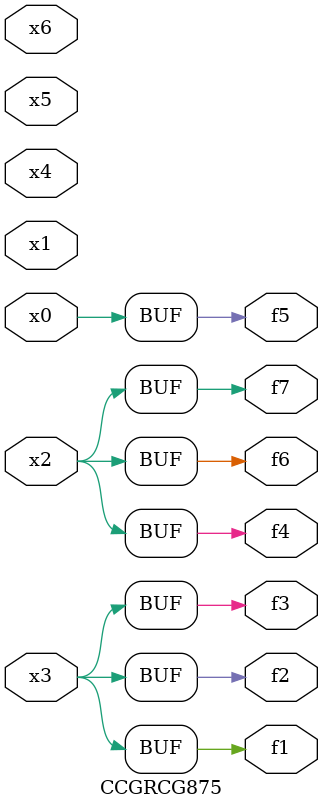
<source format=v>
module CCGRCG875(
	input x0, x1, x2, x3, x4, x5, x6,
	output f1, f2, f3, f4, f5, f6, f7
);
	assign f1 = x3;
	assign f2 = x3;
	assign f3 = x3;
	assign f4 = x2;
	assign f5 = x0;
	assign f6 = x2;
	assign f7 = x2;
endmodule

</source>
